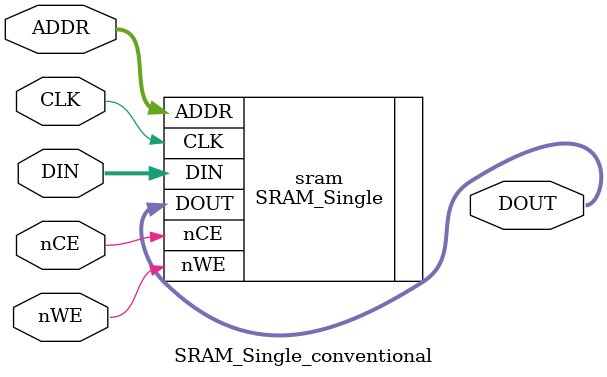
<source format=v>
`include "testdrive_system.vh"

module SRAM_Single_conventional (
	input					CLK,	// clock
	input					nCE,	// chip enable (active low)
	input					nWE,	// write enable (active low)
	input	[6:0]			ADDR,	// address
	input	[31:0]			DIN,	// data input
	output	[31:0]			DOUT	// data output
);

// definition & assignment ---------------------------------------------------

// implementation ------------------------------------------------------------
SRAM_Single #(
	.ADDR_WIDTH		(7),
	.DATA_WIDTH		(32)
) sram (
	.CLK			(CLK),
	.nCE			(nCE),
	.nWE			(nWE),
	.ADDR			(ADDR),
	.DIN			(DIN),
	.DOUT			(DOUT)
);

endmodule

</source>
